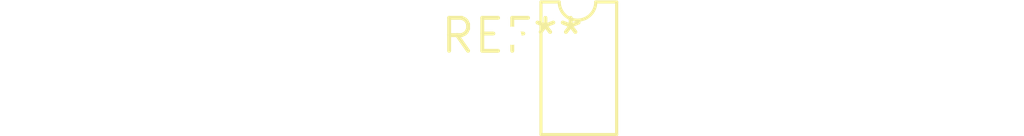
<source format=kicad_pcb>
(kicad_pcb (version 20240108) (generator pcbnew)
  (layers (0 "F.Cu" signal) (31 "B.Cu" signal) (34 "B.Paste" user) (35 "F.Paste" user) (36 "B.SilkS" user "B.Silkscreen") (37 "F.SilkS" user "F.Silkscreen") (38 "B.Mask" user) (39 "F.Mask" user) (44 "Edge.Cuts" user))
  (net 0 "")
  (footprint "Diode_Bridge_DIP-4_W5.08mm_P2.54mm" (layer "F.Cu") (at 0 0)
    (property "Reference" "REF**")
    (property "Value" "Diode_Bridge_DIP-4_W5.08mm_P2.54mm")
    (fp_line (start 1.1 -1.3) (end 1.1 3.8) (layer "F.SilkS") (stroke (width 0.12)))
    (fp_line (start 1.1 3.8) (end 4 3.8) (layer "F.SilkS") (stroke (width 0.12)))
    (fp_line (start 1.8 -1.3) (end 1.1 -1.3) (layer "F.SilkS") (stroke (width 0.12)))
    (fp_line (start 4 -1.3) (end 3.2 -1.3) (layer "F.SilkS") (stroke (width 0.12)))
    (fp_line (start 4 3.8) (end 4 -1.3) (layer "F.SilkS") (stroke (width 0.12)))
    (fp_arc (start 3.2 -1.3) (mid 2.5 -0.6) (end 1.8 -1.3) (layer "F.SilkS") (stroke (width 0.12)))
    (pad "1" thru_hole rect (at 0 0) (size 1.4 1.4) (drill 0.7) (layers *.Cu *.Mask) (remove_unused_layers))
    (pad "2" thru_hole circle (at 0 2.54) (size 1.4 1.4) (drill 0.7) (layers *.Cu *.Mask) (remove_unused_layers))
    (pad "3" thru_hole circle (at 5.08 2.54) (size 1.4 1.4) (drill 0.7) (layers *.Cu *.Mask) (remove_unused_layers))
    (pad "4" thru_hole circle (at 5.08 0) (size 1.4 1.4) (drill 0.7) (layers *.Cu *.Mask) (remove_unused_layers))
  )
)
</source>
